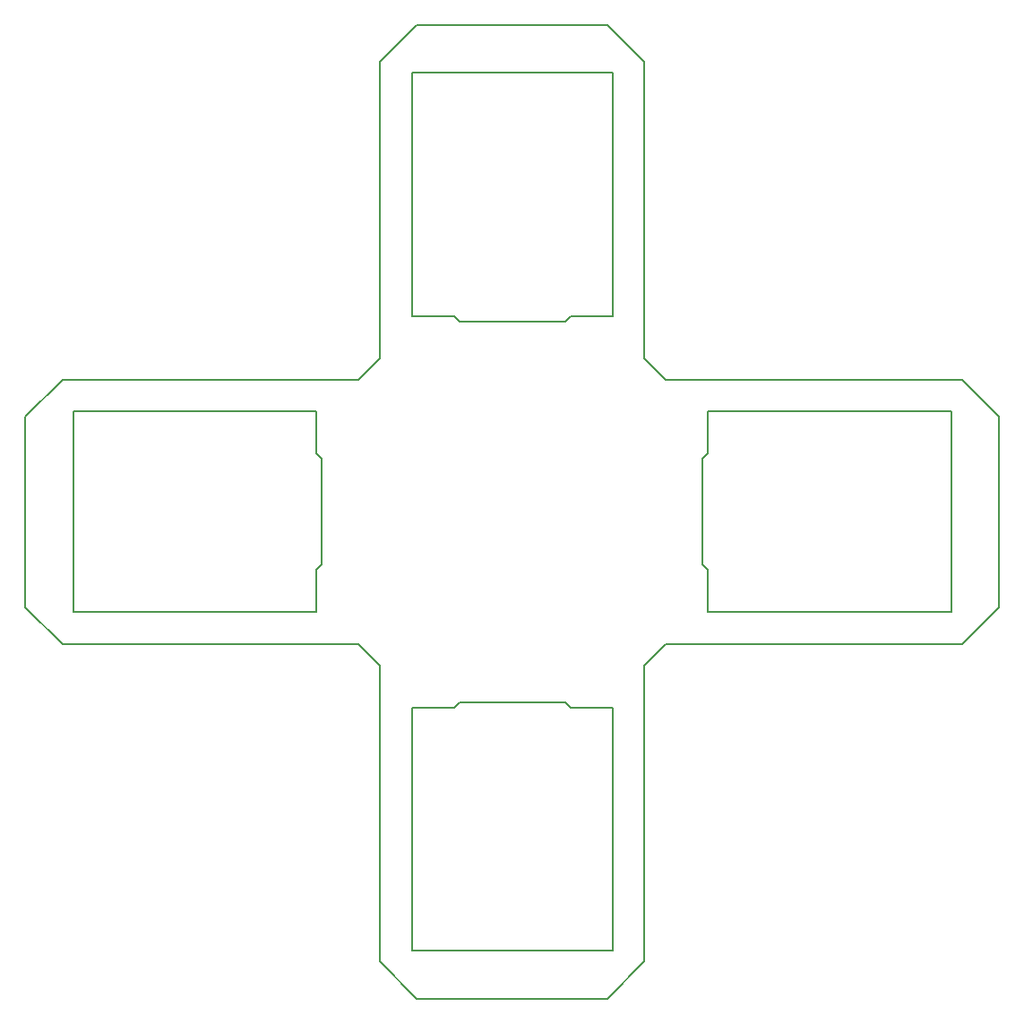
<source format=gko>
G04 #@! TF.GenerationSoftware,KiCad,Pcbnew,5.0.0-fee4fd1~66~ubuntu16.04.1*
G04 #@! TF.CreationDate,2018-09-11T21:28:54+02:00*
G04 #@! TF.ProjectId,inverted_quad_pdb,696E7665727465645F717561645F7064,rev?*
G04 #@! TF.SameCoordinates,Original*
G04 #@! TF.FileFunction,Profile,NP*
%FSLAX46Y46*%
G04 Gerber Fmt 4.6, Leading zero omitted, Abs format (unit mm)*
G04 Created by KiCad (PCBNEW 5.0.0-fee4fd1~66~ubuntu16.04.1) date Tue Sep 11 21:28:54 2018*
%MOMM*%
%LPD*%
G01*
G04 APERTURE LIST*
%ADD10C,0.200000*%
%ADD11C,0.150000*%
G04 APERTURE END LIST*
D10*
X117500000Y-129500000D02*
X115500000Y-127500000D01*
X144500000Y-127500000D02*
X142500000Y-129500000D01*
X142500000Y-100500000D02*
X144500000Y-102500000D01*
X117500000Y-100500000D02*
X115500000Y-102500000D01*
X142500000Y-72500000D02*
X139000000Y-69000000D01*
X117500000Y-72500000D02*
X121000000Y-69000000D01*
X176000000Y-106000000D02*
X172500000Y-102500000D01*
X172500000Y-127500000D02*
X176000000Y-124000000D01*
X121000000Y-161000000D02*
X117500000Y-157500000D01*
X139000000Y-161000000D02*
X142500000Y-157500000D01*
X87500000Y-127500000D02*
X84000000Y-124000000D01*
X84000000Y-106000000D02*
X87500000Y-102500000D01*
D11*
X88500000Y-124500000D02*
X88500000Y-105500000D01*
X111500000Y-105500000D02*
X111500000Y-109500000D01*
X112000000Y-120000000D02*
X111500000Y-120500000D01*
X88500000Y-105500000D02*
X111500000Y-105500000D01*
X111500000Y-109500000D02*
X112000000Y-110000000D01*
X111500000Y-120500000D02*
X111500000Y-124500000D01*
X111500000Y-124500000D02*
X88500000Y-124500000D01*
X112000000Y-110000000D02*
X112000000Y-120000000D01*
X120500000Y-73500000D02*
X139500000Y-73500000D01*
X139500000Y-96500000D02*
X135500000Y-96500000D01*
X125000000Y-97000000D02*
X124500000Y-96500000D01*
X139500000Y-73500000D02*
X139500000Y-96500000D01*
X135500000Y-96500000D02*
X135000000Y-97000000D01*
X124500000Y-96500000D02*
X120500000Y-96500000D01*
X120500000Y-96500000D02*
X120500000Y-73500000D01*
X135000000Y-97000000D02*
X125000000Y-97000000D01*
X171500000Y-105500000D02*
X171500000Y-124500000D01*
X148500000Y-124500000D02*
X148500000Y-120500000D01*
X148000000Y-110000000D02*
X148500000Y-109500000D01*
X171500000Y-124500000D02*
X148500000Y-124500000D01*
X148500000Y-120500000D02*
X148000000Y-120000000D01*
X148500000Y-109500000D02*
X148500000Y-105500000D01*
X148500000Y-105500000D02*
X171500000Y-105500000D01*
X148000000Y-120000000D02*
X148000000Y-110000000D01*
X120500000Y-156500000D02*
X120500000Y-133500000D01*
X139500000Y-156500000D02*
X120500000Y-156500000D01*
X139500000Y-133500000D02*
X139500000Y-156500000D01*
X135500000Y-133500000D02*
X139500000Y-133500000D01*
X135000000Y-133000000D02*
X135500000Y-133500000D01*
X125000000Y-133000000D02*
X135000000Y-133000000D01*
X124500000Y-133500000D02*
X125000000Y-133000000D01*
X120500000Y-133500000D02*
X124500000Y-133500000D01*
D10*
X87500000Y-102500000D02*
X115500000Y-102500000D01*
X84000000Y-124000000D02*
X84000000Y-106000000D01*
X115500000Y-127500000D02*
X87500000Y-127500000D01*
X117500000Y-157500000D02*
X117500000Y-129500000D01*
X139000000Y-161000000D02*
X121000000Y-161000000D01*
X142500000Y-129500000D02*
X142500000Y-157500000D01*
X172500000Y-127500000D02*
X144500000Y-127500000D01*
X176000000Y-106000000D02*
X176000000Y-124000000D01*
X144500000Y-102500000D02*
X172500000Y-102500000D01*
X142500000Y-72500000D02*
X142500000Y-100500000D01*
X121000000Y-69000000D02*
X139000000Y-69000000D01*
X117500000Y-100500000D02*
X117500000Y-72500000D01*
M02*

</source>
